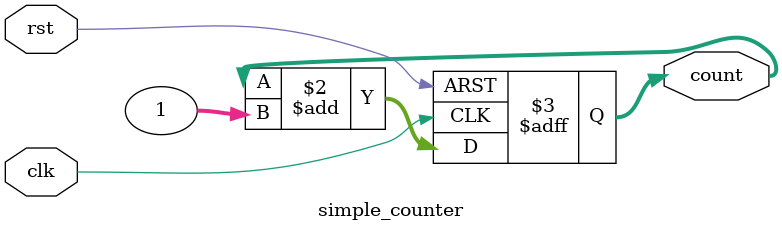
<source format=v>
module simple_counter (clk, rst, count);
input clk, rst;
output [31:0]count;
reg [31:0]count;//always need to declare reg to use in LHS assignment

always @(posedge clk or posedge rst)//rst is active low
begin
    if (rst)
    count = 32'b0;
    else
    count = count+1;
end
endmodule
</source>
